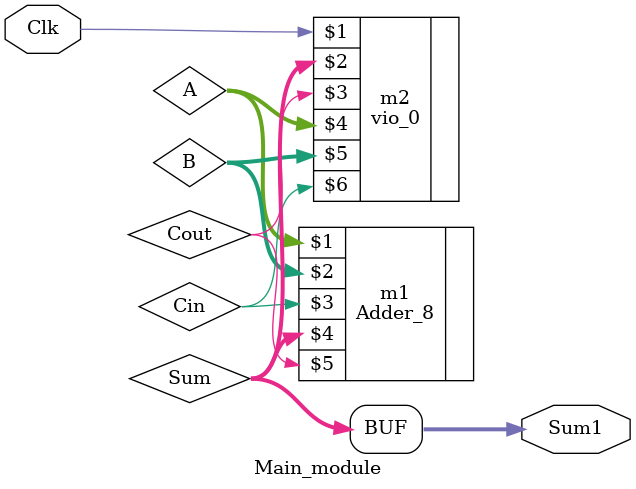
<source format=v>
`timescale 1ns / 1ps


module Main_module(
    input Clk,
    output [7:0] Sum1
    );
    wire [7:0] A;
    wire[7:0] B;
    wire Cin;
    wire[7:0] Sum;
    wire Cout;
    
    Adder_8 m1(A,B,Cin,Sum,Cout);
    vio_0 m2(Clk,Sum,Cout,A,B,Cin);
    
    assign Sum1=Sum;//To check the Sum part using LEDs
    
endmodule






</source>
